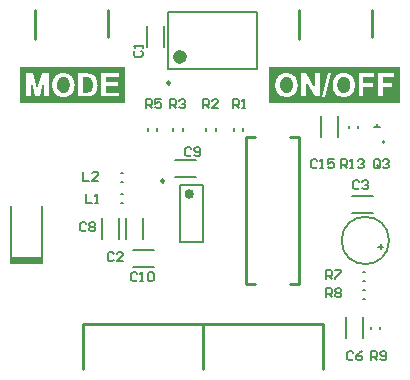
<source format=gto>
G04*
G04 #@! TF.GenerationSoftware,Altium Limited,Altium Designer,19.0.10 (269)*
G04*
G04 Layer_Color=65535*
%FSLAX25Y25*%
%MOIN*%
G70*
G01*
G75*
%ADD10C,0.00500*%
%ADD11C,0.00800*%
%ADD12C,0.00984*%
%ADD13C,0.02362*%
%ADD14C,0.01575*%
%ADD15C,0.01000*%
%ADD16C,0.00787*%
%ADD17C,0.00781*%
%ADD18R,0.10236X0.02165*%
G36*
X135560Y93867D02*
X92000D01*
Y105812D01*
X135560D01*
Y93867D01*
D02*
G37*
G36*
X43896D02*
X9000D01*
Y105812D01*
X43896D01*
Y93867D01*
D02*
G37*
%LPC*%
G36*
X108765Y103679D02*
X107327D01*
Y98544D01*
X104183Y103679D01*
X102678D01*
Y96000D01*
X104116D01*
Y101015D01*
X107207Y96000D01*
X108765D01*
Y103679D01*
D02*
G37*
G36*
X133560D02*
X128292D01*
Y96000D01*
X129844D01*
Y99263D01*
X133054D01*
Y100562D01*
X129844D01*
Y102380D01*
X133560D01*
Y103679D01*
D02*
G37*
G36*
X127007D02*
X121739D01*
Y96000D01*
X123291D01*
Y99263D01*
X126501D01*
Y100562D01*
X123291D01*
Y102380D01*
X127007D01*
Y103679D01*
D02*
G37*
G36*
X116857Y103812D02*
X116611D01*
X116444Y103799D01*
X116284Y103786D01*
X116131Y103766D01*
X115985Y103739D01*
X115845Y103712D01*
X115718Y103686D01*
X115605Y103659D01*
X115498Y103632D01*
X115405Y103606D01*
X115319Y103579D01*
X115252Y103552D01*
X115199Y103533D01*
X115159Y103519D01*
X115132Y103513D01*
X115126Y103506D01*
X114932Y103413D01*
X114746Y103299D01*
X114579Y103186D01*
X114433Y103073D01*
X114366Y103020D01*
X114306Y102973D01*
X114253Y102926D01*
X114213Y102893D01*
X114180Y102860D01*
X114153Y102833D01*
X114140Y102820D01*
X114133Y102813D01*
X113973Y102633D01*
X113833Y102453D01*
X113707Y102274D01*
X113607Y102114D01*
X113567Y102041D01*
X113527Y101974D01*
X113494Y101914D01*
X113467Y101861D01*
X113447Y101821D01*
X113434Y101787D01*
X113421Y101768D01*
Y101761D01*
X113361Y101608D01*
X113307Y101448D01*
X113261Y101281D01*
X113221Y101115D01*
X113161Y100788D01*
X113134Y100629D01*
X113121Y100476D01*
X113101Y100336D01*
X113094Y100203D01*
X113088Y100089D01*
X113081Y99983D01*
X113074Y99903D01*
Y99790D01*
X113088Y99457D01*
X113121Y99137D01*
X113168Y98844D01*
X113234Y98564D01*
X113307Y98304D01*
X113394Y98071D01*
X113480Y97852D01*
X113580Y97658D01*
X113674Y97485D01*
X113760Y97332D01*
X113847Y97206D01*
X113920Y97099D01*
X113987Y97012D01*
X114040Y96952D01*
X114067Y96919D01*
X114080Y96906D01*
X114280Y96726D01*
X114486Y96566D01*
X114706Y96426D01*
X114932Y96306D01*
X115159Y96206D01*
X115385Y96120D01*
X115612Y96053D01*
X115825Y96000D01*
X116025Y95953D01*
X116211Y95920D01*
X116378Y95900D01*
X116524Y95880D01*
X116584D01*
X116637Y95873D01*
X116691D01*
X116731Y95867D01*
X116804D01*
X117110Y95880D01*
X117403Y95913D01*
X117683Y95967D01*
X117943Y96033D01*
X118183Y96107D01*
X118402Y96200D01*
X118609Y96293D01*
X118789Y96393D01*
X118955Y96486D01*
X119102Y96579D01*
X119221Y96673D01*
X119321Y96753D01*
X119401Y96819D01*
X119461Y96866D01*
X119494Y96899D01*
X119508Y96912D01*
X119688Y97119D01*
X119841Y97339D01*
X119981Y97572D01*
X120094Y97812D01*
X120194Y98051D01*
X120274Y98298D01*
X120340Y98531D01*
X120394Y98764D01*
X120433Y98977D01*
X120467Y99177D01*
X120487Y99363D01*
X120500Y99443D01*
X120507Y99516D01*
Y99583D01*
X120513Y99643D01*
Y99696D01*
X120520Y99743D01*
Y99823D01*
X120507Y100162D01*
X120474Y100489D01*
X120427Y100788D01*
X120360Y101075D01*
X120287Y101335D01*
X120200Y101574D01*
X120107Y101794D01*
X120014Y101994D01*
X119914Y102167D01*
X119821Y102320D01*
X119741Y102453D01*
X119661Y102560D01*
X119594Y102647D01*
X119548Y102707D01*
X119515Y102740D01*
X119501Y102753D01*
X119301Y102940D01*
X119095Y103106D01*
X118875Y103246D01*
X118649Y103366D01*
X118422Y103466D01*
X118196Y103552D01*
X117976Y103626D01*
X117763Y103679D01*
X117563Y103726D01*
X117377Y103759D01*
X117210Y103779D01*
X117064Y103799D01*
X117004D01*
X116950Y103805D01*
X116897D01*
X116857Y103812D01*
D02*
G37*
G36*
X112621D02*
X111516D01*
X109618Y95867D01*
X110697D01*
X112621Y103812D01*
D02*
G37*
G36*
X97783D02*
X97536D01*
X97370Y103799D01*
X97210Y103786D01*
X97057Y103766D01*
X96910Y103739D01*
X96771Y103712D01*
X96644Y103686D01*
X96531Y103659D01*
X96424Y103632D01*
X96331Y103606D01*
X96244Y103579D01*
X96178Y103552D01*
X96125Y103533D01*
X96085Y103519D01*
X96058Y103513D01*
X96051Y103506D01*
X95858Y103413D01*
X95672Y103299D01*
X95505Y103186D01*
X95359Y103073D01*
X95292Y103020D01*
X95232Y102973D01*
X95179Y102926D01*
X95139Y102893D01*
X95106Y102860D01*
X95079Y102833D01*
X95066Y102820D01*
X95059Y102813D01*
X94899Y102633D01*
X94759Y102453D01*
X94633Y102274D01*
X94533Y102114D01*
X94493Y102041D01*
X94453Y101974D01*
X94420Y101914D01*
X94393Y101861D01*
X94373Y101821D01*
X94360Y101787D01*
X94346Y101768D01*
Y101761D01*
X94286Y101608D01*
X94233Y101448D01*
X94187Y101281D01*
X94147Y101115D01*
X94087Y100788D01*
X94060Y100629D01*
X94047Y100476D01*
X94027Y100336D01*
X94020Y100203D01*
X94013Y100089D01*
X94007Y99983D01*
X94000Y99903D01*
Y99790D01*
X94013Y99457D01*
X94047Y99137D01*
X94093Y98844D01*
X94160Y98564D01*
X94233Y98304D01*
X94320Y98071D01*
X94406Y97852D01*
X94506Y97658D01*
X94599Y97485D01*
X94686Y97332D01*
X94773Y97206D01*
X94846Y97099D01*
X94912Y97012D01*
X94966Y96952D01*
X94992Y96919D01*
X95006Y96906D01*
X95205Y96726D01*
X95412Y96566D01*
X95632Y96426D01*
X95858Y96306D01*
X96085Y96206D01*
X96311Y96120D01*
X96538Y96053D01*
X96751Y96000D01*
X96950Y95953D01*
X97137Y95920D01*
X97303Y95900D01*
X97450Y95880D01*
X97510D01*
X97563Y95873D01*
X97616D01*
X97656Y95867D01*
X97730D01*
X98036Y95880D01*
X98329Y95913D01*
X98609Y95967D01*
X98869Y96033D01*
X99108Y96107D01*
X99328Y96200D01*
X99534Y96293D01*
X99714Y96393D01*
X99881Y96486D01*
X100027Y96579D01*
X100147Y96673D01*
X100247Y96753D01*
X100327Y96819D01*
X100387Y96866D01*
X100420Y96899D01*
X100434Y96912D01*
X100613Y97119D01*
X100767Y97339D01*
X100906Y97572D01*
X101020Y97812D01*
X101119Y98051D01*
X101199Y98298D01*
X101266Y98531D01*
X101319Y98764D01*
X101359Y98977D01*
X101393Y99177D01*
X101413Y99363D01*
X101426Y99443D01*
X101433Y99516D01*
Y99583D01*
X101439Y99643D01*
Y99696D01*
X101446Y99743D01*
Y99823D01*
X101433Y100162D01*
X101399Y100489D01*
X101353Y100788D01*
X101286Y101075D01*
X101213Y101335D01*
X101126Y101574D01*
X101033Y101794D01*
X100940Y101994D01*
X100840Y102167D01*
X100747Y102320D01*
X100667Y102453D01*
X100587Y102560D01*
X100520Y102647D01*
X100473Y102707D01*
X100440Y102740D01*
X100427Y102753D01*
X100227Y102940D01*
X100021Y103106D01*
X99801Y103246D01*
X99574Y103366D01*
X99348Y103466D01*
X99121Y103552D01*
X98902Y103626D01*
X98689Y103679D01*
X98489Y103726D01*
X98302Y103759D01*
X98136Y103779D01*
X97989Y103799D01*
X97929D01*
X97876Y103805D01*
X97823D01*
X97783Y103812D01*
D02*
G37*
%LPD*%
G36*
X116977Y102480D02*
X117143Y102460D01*
X117303Y102427D01*
X117450Y102387D01*
X117583Y102334D01*
X117710Y102280D01*
X117830Y102220D01*
X117936Y102161D01*
X118029Y102101D01*
X118109Y102041D01*
X118176Y101987D01*
X118236Y101934D01*
X118282Y101894D01*
X118316Y101861D01*
X118336Y101841D01*
X118342Y101834D01*
X118442Y101708D01*
X118535Y101561D01*
X118609Y101408D01*
X118675Y101248D01*
X118735Y101088D01*
X118782Y100922D01*
X118822Y100762D01*
X118849Y100602D01*
X118875Y100455D01*
X118888Y100316D01*
X118902Y100189D01*
X118915Y100083D01*
Y99989D01*
X118922Y99923D01*
Y99896D01*
Y99876D01*
Y99870D01*
Y99863D01*
X118915Y99623D01*
X118895Y99390D01*
X118868Y99183D01*
X118828Y98984D01*
X118782Y98804D01*
X118735Y98637D01*
X118675Y98491D01*
X118622Y98358D01*
X118569Y98244D01*
X118516Y98138D01*
X118462Y98051D01*
X118416Y97985D01*
X118376Y97931D01*
X118349Y97891D01*
X118329Y97865D01*
X118322Y97858D01*
X118209Y97738D01*
X118089Y97638D01*
X117963Y97552D01*
X117836Y97472D01*
X117710Y97412D01*
X117583Y97352D01*
X117456Y97312D01*
X117343Y97279D01*
X117230Y97245D01*
X117130Y97225D01*
X117037Y97212D01*
X116957Y97206D01*
X116890Y97199D01*
X116844Y97192D01*
X116804D01*
X116631Y97199D01*
X116471Y97219D01*
X116318Y97252D01*
X116171Y97299D01*
X116038Y97345D01*
X115911Y97405D01*
X115791Y97465D01*
X115692Y97532D01*
X115592Y97592D01*
X115512Y97652D01*
X115438Y97712D01*
X115379Y97758D01*
X115332Y97805D01*
X115299Y97838D01*
X115279Y97858D01*
X115272Y97865D01*
X115165Y97998D01*
X115072Y98145D01*
X114992Y98298D01*
X114926Y98457D01*
X114866Y98624D01*
X114819Y98784D01*
X114779Y98950D01*
X114746Y99104D01*
X114726Y99257D01*
X114706Y99397D01*
X114693Y99516D01*
X114679Y99630D01*
Y99716D01*
X114673Y99783D01*
Y99809D01*
Y99830D01*
Y99836D01*
Y99843D01*
X114679Y100083D01*
X114699Y100309D01*
X114726Y100515D01*
X114766Y100715D01*
X114806Y100888D01*
X114859Y101055D01*
X114912Y101201D01*
X114966Y101335D01*
X115019Y101448D01*
X115072Y101548D01*
X115126Y101634D01*
X115165Y101701D01*
X115205Y101761D01*
X115232Y101794D01*
X115252Y101821D01*
X115259Y101828D01*
X115372Y101941D01*
X115492Y102047D01*
X115618Y102134D01*
X115745Y102207D01*
X115878Y102274D01*
X116005Y102327D01*
X116131Y102367D01*
X116251Y102407D01*
X116364Y102434D01*
X116471Y102453D01*
X116564Y102467D01*
X116644Y102473D01*
X116711Y102480D01*
X116764Y102487D01*
X116804D01*
X116977Y102480D01*
D02*
G37*
G36*
X97903D02*
X98069Y102460D01*
X98229Y102427D01*
X98376Y102387D01*
X98509Y102334D01*
X98635Y102280D01*
X98755Y102220D01*
X98862Y102161D01*
X98955Y102101D01*
X99035Y102041D01*
X99102Y101987D01*
X99161Y101934D01*
X99208Y101894D01*
X99241Y101861D01*
X99261Y101841D01*
X99268Y101834D01*
X99368Y101708D01*
X99461Y101561D01*
X99534Y101408D01*
X99601Y101248D01*
X99661Y101088D01*
X99708Y100922D01*
X99748Y100762D01*
X99774Y100602D01*
X99801Y100455D01*
X99814Y100316D01*
X99827Y100189D01*
X99841Y100083D01*
Y99989D01*
X99848Y99923D01*
Y99896D01*
Y99876D01*
Y99870D01*
Y99863D01*
X99841Y99623D01*
X99821Y99390D01*
X99794Y99183D01*
X99754Y98984D01*
X99708Y98804D01*
X99661Y98637D01*
X99601Y98491D01*
X99548Y98358D01*
X99494Y98244D01*
X99441Y98138D01*
X99388Y98051D01*
X99341Y97985D01*
X99301Y97931D01*
X99275Y97891D01*
X99255Y97865D01*
X99248Y97858D01*
X99135Y97738D01*
X99015Y97638D01*
X98888Y97552D01*
X98762Y97472D01*
X98635Y97412D01*
X98509Y97352D01*
X98382Y97312D01*
X98269Y97279D01*
X98156Y97245D01*
X98056Y97225D01*
X97963Y97212D01*
X97883Y97206D01*
X97816Y97199D01*
X97770Y97192D01*
X97730D01*
X97556Y97199D01*
X97397Y97219D01*
X97243Y97252D01*
X97097Y97299D01*
X96964Y97345D01*
X96837Y97405D01*
X96717Y97465D01*
X96617Y97532D01*
X96517Y97592D01*
X96438Y97652D01*
X96364Y97712D01*
X96304Y97758D01*
X96258Y97805D01*
X96224Y97838D01*
X96205Y97858D01*
X96198Y97865D01*
X96091Y97998D01*
X95998Y98145D01*
X95918Y98298D01*
X95851Y98457D01*
X95792Y98624D01*
X95745Y98784D01*
X95705Y98950D01*
X95672Y99104D01*
X95652Y99257D01*
X95632Y99397D01*
X95618Y99516D01*
X95605Y99630D01*
Y99716D01*
X95598Y99783D01*
Y99809D01*
Y99830D01*
Y99836D01*
Y99843D01*
X95605Y100083D01*
X95625Y100309D01*
X95652Y100515D01*
X95692Y100715D01*
X95732Y100888D01*
X95785Y101055D01*
X95838Y101201D01*
X95891Y101335D01*
X95945Y101448D01*
X95998Y101548D01*
X96051Y101634D01*
X96091Y101701D01*
X96131Y101761D01*
X96158Y101794D01*
X96178Y101821D01*
X96184Y101828D01*
X96298Y101941D01*
X96418Y102047D01*
X96544Y102134D01*
X96671Y102207D01*
X96804Y102274D01*
X96930Y102327D01*
X97057Y102367D01*
X97177Y102407D01*
X97290Y102434D01*
X97397Y102453D01*
X97490Y102467D01*
X97570Y102473D01*
X97636Y102480D01*
X97690Y102487D01*
X97730D01*
X97903Y102480D01*
D02*
G37*
%LPC*%
G36*
X18413Y103679D02*
X16082D01*
X14710Y98438D01*
X13318Y103679D01*
X11000D01*
Y96000D01*
X12439D01*
Y102041D01*
X13957Y96000D01*
X15449D01*
X16967Y102041D01*
X16974Y96000D01*
X18413D01*
Y103679D01*
D02*
G37*
G36*
X41749D02*
X36055D01*
Y96000D01*
X41896D01*
Y97299D01*
X37607D01*
Y99383D01*
X41463D01*
Y100682D01*
X37607D01*
Y102380D01*
X41749D01*
Y103679D01*
D02*
G37*
G36*
X31286D02*
X28296D01*
Y96000D01*
X31373D01*
X31519Y96007D01*
X31659Y96013D01*
X31793Y96027D01*
X31912Y96040D01*
X32026Y96053D01*
X32125Y96067D01*
X32219Y96080D01*
X32305Y96093D01*
X32379Y96107D01*
X32438Y96120D01*
X32492Y96133D01*
X32532Y96147D01*
X32558Y96153D01*
X32578Y96160D01*
X32585D01*
X32712Y96206D01*
X32831Y96246D01*
X32938Y96300D01*
X33045Y96346D01*
X33145Y96400D01*
X33231Y96453D01*
X33318Y96500D01*
X33391Y96546D01*
X33457Y96593D01*
X33511Y96639D01*
X33564Y96673D01*
X33604Y96706D01*
X33637Y96733D01*
X33657Y96753D01*
X33671Y96766D01*
X33677Y96773D01*
X33777Y96873D01*
X33864Y96979D01*
X34030Y97206D01*
X34170Y97432D01*
X34290Y97645D01*
X34337Y97745D01*
X34377Y97838D01*
X34417Y97918D01*
X34443Y97991D01*
X34470Y98051D01*
X34483Y98091D01*
X34497Y98124D01*
Y98131D01*
X34576Y98398D01*
X34636Y98677D01*
X34676Y98950D01*
X34696Y99077D01*
X34710Y99203D01*
X34716Y99323D01*
X34723Y99430D01*
X34730Y99523D01*
Y99603D01*
X34736Y99670D01*
Y99963D01*
X34723Y100149D01*
X34716Y100329D01*
X34696Y100502D01*
X34676Y100662D01*
X34656Y100809D01*
X34636Y100948D01*
X34610Y101075D01*
X34583Y101188D01*
X34563Y101288D01*
X34543Y101375D01*
X34523Y101441D01*
X34510Y101501D01*
X34497Y101541D01*
X34483Y101568D01*
Y101574D01*
X34377Y101841D01*
X34323Y101967D01*
X34263Y102081D01*
X34197Y102194D01*
X34137Y102294D01*
X34077Y102387D01*
X34017Y102473D01*
X33964Y102553D01*
X33910Y102620D01*
X33864Y102680D01*
X33824Y102727D01*
X33790Y102767D01*
X33764Y102800D01*
X33751Y102813D01*
X33744Y102820D01*
X33651Y102913D01*
X33557Y103000D01*
X33457Y103073D01*
X33364Y103146D01*
X33264Y103213D01*
X33171Y103266D01*
X32991Y103366D01*
X32905Y103406D01*
X32831Y103439D01*
X32765Y103466D01*
X32705Y103486D01*
X32658Y103506D01*
X32625Y103519D01*
X32598Y103526D01*
X32592D01*
X32492Y103552D01*
X32385Y103579D01*
X32152Y103612D01*
X31906Y103639D01*
X31673Y103659D01*
X31559Y103666D01*
X31460Y103672D01*
X31366D01*
X31286Y103679D01*
D02*
G37*
G36*
X23428Y103812D02*
X23181D01*
X23015Y103799D01*
X22855Y103786D01*
X22702Y103766D01*
X22555Y103739D01*
X22415Y103712D01*
X22289Y103686D01*
X22175Y103659D01*
X22069Y103632D01*
X21976Y103606D01*
X21889Y103579D01*
X21823Y103552D01*
X21769Y103533D01*
X21729Y103519D01*
X21703Y103513D01*
X21696Y103506D01*
X21503Y103413D01*
X21316Y103299D01*
X21150Y103186D01*
X21003Y103073D01*
X20937Y103020D01*
X20877Y102973D01*
X20823Y102926D01*
X20784Y102893D01*
X20750Y102860D01*
X20724Y102833D01*
X20710Y102820D01*
X20704Y102813D01*
X20544Y102633D01*
X20404Y102453D01*
X20277Y102274D01*
X20177Y102114D01*
X20137Y102041D01*
X20098Y101974D01*
X20064Y101914D01*
X20038Y101861D01*
X20018Y101821D01*
X20004Y101787D01*
X19991Y101768D01*
Y101761D01*
X19931Y101608D01*
X19878Y101448D01*
X19831Y101281D01*
X19791Y101115D01*
X19731Y100788D01*
X19705Y100629D01*
X19691Y100476D01*
X19671Y100336D01*
X19665Y100203D01*
X19658Y100089D01*
X19651Y99983D01*
X19645Y99903D01*
Y99790D01*
X19658Y99457D01*
X19691Y99137D01*
X19738Y98844D01*
X19805Y98564D01*
X19878Y98304D01*
X19964Y98071D01*
X20051Y97852D01*
X20151Y97658D01*
X20244Y97485D01*
X20331Y97332D01*
X20417Y97206D01*
X20491Y97099D01*
X20557Y97012D01*
X20610Y96952D01*
X20637Y96919D01*
X20650Y96906D01*
X20850Y96726D01*
X21057Y96566D01*
X21276Y96426D01*
X21503Y96306D01*
X21729Y96206D01*
X21956Y96120D01*
X22182Y96053D01*
X22395Y96000D01*
X22595Y95953D01*
X22782Y95920D01*
X22948Y95900D01*
X23095Y95880D01*
X23155D01*
X23208Y95873D01*
X23261D01*
X23301Y95867D01*
X23374D01*
X23681Y95880D01*
X23974Y95913D01*
X24253Y95967D01*
X24513Y96033D01*
X24753Y96107D01*
X24973Y96200D01*
X25179Y96293D01*
X25359Y96393D01*
X25526Y96486D01*
X25672Y96579D01*
X25792Y96673D01*
X25892Y96753D01*
X25972Y96819D01*
X26032Y96866D01*
X26065Y96899D01*
X26078Y96912D01*
X26258Y97119D01*
X26411Y97339D01*
X26551Y97572D01*
X26664Y97812D01*
X26764Y98051D01*
X26844Y98298D01*
X26911Y98531D01*
X26964Y98764D01*
X27004Y98977D01*
X27037Y99177D01*
X27057Y99363D01*
X27071Y99443D01*
X27077Y99516D01*
Y99583D01*
X27084Y99643D01*
Y99696D01*
X27091Y99743D01*
Y99823D01*
X27077Y100162D01*
X27044Y100489D01*
X26997Y100788D01*
X26931Y101075D01*
X26858Y101335D01*
X26771Y101574D01*
X26678Y101794D01*
X26584Y101994D01*
X26485Y102167D01*
X26391Y102320D01*
X26311Y102453D01*
X26231Y102560D01*
X26165Y102647D01*
X26118Y102707D01*
X26085Y102740D01*
X26072Y102753D01*
X25872Y102940D01*
X25665Y103106D01*
X25446Y103246D01*
X25219Y103366D01*
X24993Y103466D01*
X24766Y103552D01*
X24546Y103626D01*
X24333Y103679D01*
X24134Y103726D01*
X23947Y103759D01*
X23780Y103779D01*
X23634Y103799D01*
X23574D01*
X23521Y103805D01*
X23468D01*
X23428Y103812D01*
D02*
G37*
%LPD*%
G36*
X31013Y102374D02*
X31140Y102367D01*
X31260Y102360D01*
X31366D01*
X31460Y102354D01*
X31539Y102347D01*
X31606Y102340D01*
X31666Y102334D01*
X31713Y102327D01*
X31753Y102320D01*
X31786Y102314D01*
X31806D01*
X31813Y102307D01*
X31819D01*
X31972Y102260D01*
X32112Y102207D01*
X32232Y102147D01*
X32339Y102087D01*
X32419Y102027D01*
X32478Y101987D01*
X32519Y101954D01*
X32532Y101941D01*
X32632Y101834D01*
X32725Y101714D01*
X32798Y101588D01*
X32865Y101468D01*
X32911Y101361D01*
X32931Y101315D01*
X32951Y101275D01*
X32965Y101241D01*
X32971Y101215D01*
X32978Y101201D01*
Y101195D01*
X33005Y101102D01*
X33031Y101002D01*
X33071Y100782D01*
X33098Y100555D01*
X33118Y100336D01*
X33125Y100236D01*
X33131Y100143D01*
Y100056D01*
X33138Y99983D01*
Y99923D01*
Y99876D01*
Y99849D01*
Y99836D01*
Y99676D01*
X33131Y99516D01*
X33125Y99377D01*
X33111Y99237D01*
X33098Y99110D01*
X33085Y98997D01*
X33071Y98890D01*
X33058Y98797D01*
X33045Y98711D01*
X33031Y98637D01*
X33018Y98571D01*
X33005Y98518D01*
X32991Y98478D01*
X32985Y98451D01*
X32978Y98431D01*
Y98424D01*
X32945Y98331D01*
X32911Y98244D01*
X32845Y98091D01*
X32778Y97965D01*
X32712Y97865D01*
X32652Y97785D01*
X32605Y97732D01*
X32578Y97698D01*
X32565Y97685D01*
X32465Y97612D01*
X32365Y97545D01*
X32259Y97492D01*
X32166Y97445D01*
X32079Y97412D01*
X32006Y97392D01*
X31979Y97385D01*
X31966Y97379D01*
X31952Y97372D01*
X31946D01*
X31886Y97359D01*
X31819Y97345D01*
X31673Y97332D01*
X31519Y97319D01*
X31366Y97305D01*
X31226D01*
X31166Y97299D01*
X29848D01*
Y102380D01*
X30867D01*
X31013Y102374D01*
D02*
G37*
G36*
X23547Y102480D02*
X23714Y102460D01*
X23874Y102427D01*
X24020Y102387D01*
X24153Y102334D01*
X24280Y102280D01*
X24400Y102220D01*
X24507Y102161D01*
X24600Y102101D01*
X24680Y102041D01*
X24746Y101987D01*
X24806Y101934D01*
X24853Y101894D01*
X24886Y101861D01*
X24906Y101841D01*
X24913Y101834D01*
X25013Y101708D01*
X25106Y101561D01*
X25179Y101408D01*
X25246Y101248D01*
X25306Y101088D01*
X25352Y100922D01*
X25392Y100762D01*
X25419Y100602D01*
X25446Y100455D01*
X25459Y100316D01*
X25472Y100189D01*
X25486Y100083D01*
Y99989D01*
X25492Y99923D01*
Y99896D01*
Y99876D01*
Y99870D01*
Y99863D01*
X25486Y99623D01*
X25466Y99390D01*
X25439Y99183D01*
X25399Y98984D01*
X25352Y98804D01*
X25306Y98637D01*
X25246Y98491D01*
X25192Y98358D01*
X25139Y98244D01*
X25086Y98138D01*
X25033Y98051D01*
X24986Y97985D01*
X24946Y97931D01*
X24919Y97891D01*
X24899Y97865D01*
X24893Y97858D01*
X24780Y97738D01*
X24660Y97638D01*
X24533Y97552D01*
X24407Y97472D01*
X24280Y97412D01*
X24153Y97352D01*
X24027Y97312D01*
X23914Y97279D01*
X23800Y97245D01*
X23701Y97225D01*
X23607Y97212D01*
X23528Y97206D01*
X23461Y97199D01*
X23414Y97192D01*
X23374D01*
X23201Y97199D01*
X23041Y97219D01*
X22888Y97252D01*
X22742Y97299D01*
X22608Y97345D01*
X22482Y97405D01*
X22362Y97465D01*
X22262Y97532D01*
X22162Y97592D01*
X22082Y97652D01*
X22009Y97712D01*
X21949Y97758D01*
X21902Y97805D01*
X21869Y97838D01*
X21849Y97858D01*
X21843Y97865D01*
X21736Y97998D01*
X21643Y98145D01*
X21563Y98298D01*
X21496Y98457D01*
X21436Y98624D01*
X21390Y98784D01*
X21350Y98950D01*
X21316Y99104D01*
X21296Y99257D01*
X21276Y99397D01*
X21263Y99516D01*
X21250Y99630D01*
Y99716D01*
X21243Y99783D01*
Y99809D01*
Y99830D01*
Y99836D01*
Y99843D01*
X21250Y100083D01*
X21270Y100309D01*
X21296Y100515D01*
X21336Y100715D01*
X21376Y100888D01*
X21430Y101055D01*
X21483Y101201D01*
X21536Y101335D01*
X21589Y101448D01*
X21643Y101548D01*
X21696Y101634D01*
X21736Y101701D01*
X21776Y101761D01*
X21802Y101794D01*
X21823Y101821D01*
X21829Y101828D01*
X21942Y101941D01*
X22062Y102047D01*
X22189Y102134D01*
X22315Y102207D01*
X22448Y102274D01*
X22575Y102327D01*
X22702Y102367D01*
X22821Y102407D01*
X22935Y102434D01*
X23041Y102453D01*
X23134Y102467D01*
X23214Y102473D01*
X23281Y102480D01*
X23334Y102487D01*
X23374D01*
X23547Y102480D01*
D02*
G37*
D10*
X131874Y48000D02*
G03*
X131874Y48000I-7874J0D01*
G01*
X109250Y82368D02*
Y89368D01*
X114750Y82368D02*
Y89368D01*
X60500Y74750D02*
X67500D01*
X60500Y69250D02*
X67500D01*
X41750Y48500D02*
Y55500D01*
X36250Y48500D02*
Y55500D01*
X46500Y44750D02*
X53500D01*
X46500Y39250D02*
X53500D01*
X117695Y15500D02*
Y22500D01*
X123195Y15500D02*
Y22500D01*
X119500Y62750D02*
X126500D01*
X119500Y57250D02*
X126500D01*
X51250Y112500D02*
Y119500D01*
X56750Y112500D02*
Y119500D01*
X44250Y48500D02*
Y55500D01*
X49750Y48500D02*
Y55500D01*
D11*
X130269Y80809D02*
G03*
X130269Y80809I-300J0D01*
G01*
X127016Y85927D02*
X128984D01*
X128000D02*
Y86911D01*
X128755Y72500D02*
Y74499D01*
X128255Y74999D01*
X127256D01*
X126756Y74499D01*
Y72500D01*
X127256Y72000D01*
X128255D01*
X127756Y73000D02*
X128755Y72000D01*
X128255D02*
X128755Y72500D01*
X129755Y74499D02*
X130255Y74999D01*
X131254D01*
X131754Y74499D01*
Y73999D01*
X131254Y73500D01*
X130755D01*
X131254D01*
X131754Y73000D01*
Y72500D01*
X131254Y72000D01*
X130255D01*
X129755Y72500D01*
X116000Y72000D02*
Y74999D01*
X117499D01*
X117999Y74499D01*
Y73500D01*
X117499Y73000D01*
X116000D01*
X117000D02*
X117999Y72000D01*
X118999D02*
X119999D01*
X119499D01*
Y74999D01*
X118999Y74499D01*
X121498D02*
X121998Y74999D01*
X122998D01*
X123498Y74499D01*
Y73999D01*
X122998Y73500D01*
X122498D01*
X122998D01*
X123498Y73000D01*
Y72500D01*
X122998Y72000D01*
X121998D01*
X121498Y72500D01*
X107999Y74499D02*
X107500Y74999D01*
X106500D01*
X106000Y74499D01*
Y72500D01*
X106500Y72000D01*
X107500D01*
X107999Y72500D01*
X108999Y72000D02*
X109999D01*
X109499D01*
Y74999D01*
X108999Y74499D01*
X113498Y74999D02*
X111498D01*
Y73500D01*
X112498Y73999D01*
X112998D01*
X113498Y73500D01*
Y72500D01*
X112998Y72000D01*
X111998D01*
X111498Y72500D01*
X80000Y92000D02*
Y94999D01*
X81499D01*
X81999Y94499D01*
Y93499D01*
X81499Y93000D01*
X80000D01*
X81000D02*
X81999Y92000D01*
X82999D02*
X83999D01*
X83499D01*
Y94999D01*
X82999Y94499D01*
X70000Y92000D02*
Y94999D01*
X71500D01*
X71999Y94499D01*
Y93499D01*
X71500Y93000D01*
X70000D01*
X71000D02*
X71999Y92000D01*
X74998D02*
X72999D01*
X74998Y93999D01*
Y94499D01*
X74499Y94999D01*
X73499D01*
X72999Y94499D01*
X59000Y92000D02*
Y94999D01*
X60500D01*
X60999Y94499D01*
Y93499D01*
X60500Y93000D01*
X59000D01*
X60000D02*
X60999Y92000D01*
X61999Y94499D02*
X62499Y94999D01*
X63499D01*
X63998Y94499D01*
Y93999D01*
X63499Y93499D01*
X62999D01*
X63499D01*
X63998Y93000D01*
Y92500D01*
X63499Y92000D01*
X62499D01*
X61999Y92500D01*
X51000Y92000D02*
Y94999D01*
X52500D01*
X52999Y94499D01*
Y93499D01*
X52500Y93000D01*
X51000D01*
X52000D02*
X52999Y92000D01*
X55998Y94999D02*
X53999D01*
Y93499D01*
X54999Y93999D01*
X55499D01*
X55998Y93499D01*
Y92500D01*
X55499Y92000D01*
X54499D01*
X53999Y92500D01*
X65999Y78499D02*
X65500Y78999D01*
X64500D01*
X64000Y78499D01*
Y76500D01*
X64500Y76000D01*
X65500D01*
X65999Y76500D01*
X66999D02*
X67499Y76000D01*
X68499D01*
X68998Y76500D01*
Y78499D01*
X68499Y78999D01*
X67499D01*
X66999Y78499D01*
Y77999D01*
X67499Y77500D01*
X68998D01*
X30000Y70846D02*
Y67847D01*
X31999D01*
X34998D02*
X32999D01*
X34998Y69846D01*
Y70346D01*
X34499Y70846D01*
X33499D01*
X32999Y70346D01*
X31000Y63424D02*
Y60425D01*
X32999D01*
X33999D02*
X34999D01*
X34499D01*
Y63424D01*
X33999Y62924D01*
X30999Y53499D02*
X30500Y53999D01*
X29500D01*
X29000Y53499D01*
Y51500D01*
X29500Y51000D01*
X30500D01*
X30999Y51500D01*
X31999Y53499D02*
X32499Y53999D01*
X33499D01*
X33998Y53499D01*
Y52999D01*
X33499Y52500D01*
X33998Y52000D01*
Y51500D01*
X33499Y51000D01*
X32499D01*
X31999Y51500D01*
Y52000D01*
X32499Y52500D01*
X31999Y52999D01*
Y53499D01*
X32499Y52500D02*
X33499D01*
X47999Y36924D02*
X47499Y37424D01*
X46500D01*
X46000Y36924D01*
Y34925D01*
X46500Y34425D01*
X47499D01*
X47999Y34925D01*
X48999Y34425D02*
X49999D01*
X49499D01*
Y37424D01*
X48999Y36924D01*
X51498D02*
X51998Y37424D01*
X52998D01*
X53498Y36924D01*
Y34925D01*
X52998Y34425D01*
X51998D01*
X51498Y34925D01*
Y36924D01*
X126000Y8000D02*
Y10999D01*
X127499D01*
X127999Y10499D01*
Y9499D01*
X127499Y9000D01*
X126000D01*
X127000D02*
X127999Y8000D01*
X128999Y8500D02*
X129499Y8000D01*
X130499D01*
X130998Y8500D01*
Y10499D01*
X130499Y10999D01*
X129499D01*
X128999Y10499D01*
Y9999D01*
X129499Y9499D01*
X130998D01*
X111000Y35000D02*
Y37999D01*
X112499D01*
X112999Y37499D01*
Y36500D01*
X112499Y36000D01*
X111000D01*
X112000D02*
X112999Y35000D01*
X113999Y37999D02*
X115998D01*
Y37499D01*
X113999Y35500D01*
Y35000D01*
X119999Y10499D02*
X119500Y10999D01*
X118500D01*
X118000Y10499D01*
Y8500D01*
X118500Y8000D01*
X119500D01*
X119999Y8500D01*
X122998Y10999D02*
X121999Y10499D01*
X120999Y9499D01*
Y8500D01*
X121499Y8000D01*
X122499D01*
X122998Y8500D01*
Y9000D01*
X122499Y9499D01*
X120999D01*
X111000Y29000D02*
Y31999D01*
X112499D01*
X112999Y31499D01*
Y30500D01*
X112499Y30000D01*
X111000D01*
X112000D02*
X112999Y29000D01*
X113999Y31499D02*
X114499Y31999D01*
X115499D01*
X115998Y31499D01*
Y30999D01*
X115499Y30500D01*
X115998Y30000D01*
Y29500D01*
X115499Y29000D01*
X114499D01*
X113999Y29500D01*
Y30000D01*
X114499Y30500D01*
X113999Y30999D01*
Y31499D01*
X114499Y30500D02*
X115499D01*
X121999Y67499D02*
X121500Y67999D01*
X120500D01*
X120000Y67499D01*
Y65500D01*
X120500Y65000D01*
X121500D01*
X121999Y65500D01*
X122999Y67499D02*
X123499Y67999D01*
X124499D01*
X124998Y67499D01*
Y66999D01*
X124499Y66500D01*
X123999D01*
X124499D01*
X124998Y66000D01*
Y65500D01*
X124499Y65000D01*
X123499D01*
X122999Y65500D01*
X40204Y43499D02*
X39704Y43999D01*
X38705D01*
X38205Y43499D01*
Y41500D01*
X38705Y41000D01*
X39704D01*
X40204Y41500D01*
X43203Y41000D02*
X41204D01*
X43203Y42999D01*
Y43499D01*
X42703Y43999D01*
X41704D01*
X41204Y43499D01*
X47251Y111173D02*
X46751Y110673D01*
Y109673D01*
X47251Y109173D01*
X49250D01*
X49750Y109673D01*
Y110673D01*
X49250Y111173D01*
X49750Y112172D02*
Y113172D01*
Y112672D01*
X46751D01*
X47251Y112172D01*
D12*
X58969Y100512D02*
G03*
X58969Y100512I-492J0D01*
G01*
X56945Y67847D02*
G03*
X56945Y67847I-492J0D01*
G01*
D13*
X63398Y109173D02*
G03*
X63398Y109173I-1181J0D01*
G01*
D14*
X66098Y63496D02*
G03*
X66098Y63496I-787J0D01*
G01*
D15*
X30000Y5000D02*
Y20000D01*
X110000Y5000D02*
Y20000D01*
X30000D02*
X110000D01*
X70000Y5000D02*
Y20000D01*
X101795Y115276D02*
Y124724D01*
X126205Y115669D02*
Y124724D01*
X84142Y33394D02*
X87094D01*
X84142D02*
Y82606D01*
X87094D01*
X98905Y33394D02*
X101858D01*
Y82606D01*
X98905D02*
X101858D01*
X38205Y115669D02*
Y124724D01*
X13795Y115276D02*
Y124724D01*
D16*
X121575Y85474D02*
Y86262D01*
X118425Y85474D02*
Y86262D01*
X83271Y84606D02*
Y85394D01*
X80122Y84606D02*
Y85394D01*
X74071Y84606D02*
Y85394D01*
X70922Y84606D02*
Y85394D01*
X63102Y84606D02*
Y85394D01*
X59953Y84606D02*
Y85394D01*
X54575Y84606D02*
Y85394D01*
X51425Y84606D02*
Y85394D01*
X42606Y67425D02*
X43394D01*
X42606Y70575D02*
X43394D01*
X42606Y60425D02*
X43394D01*
X42606Y63575D02*
X43394D01*
X128921Y18457D02*
Y19244D01*
X125772Y18457D02*
Y19244D01*
X123260Y34425D02*
X124047D01*
X123260Y37575D02*
X124047D01*
X123260Y31575D02*
X124047D01*
X123260Y28425D02*
X124047D01*
X58280Y105236D02*
X87807D01*
X58280Y124134D02*
X87807D01*
X58280Y105236D02*
Y124134D01*
X87807Y105236D02*
Y124134D01*
X62161Y47354D02*
X69839D01*
X62161Y66646D02*
X69839D01*
Y47354D02*
Y66646D01*
X62161Y47354D02*
Y66646D01*
X5882Y40520D02*
X16118D01*
Y59417D01*
X5882Y40520D02*
Y59417D01*
D17*
X128286Y45857D02*
X130000D01*
X129143Y45000D02*
Y46714D01*
D18*
X11000Y41605D02*
D03*
M02*

</source>
